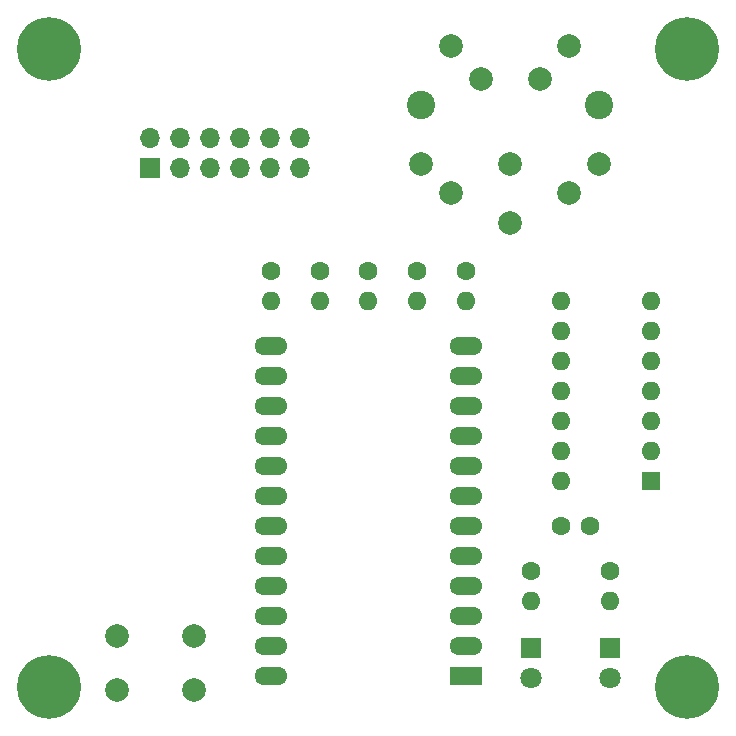
<source format=gts>
%TF.GenerationSoftware,KiCad,Pcbnew,(6.0.2)*%
%TF.CreationDate,2022-04-04T11:25:54-04:00*%
%TF.ProjectId,xum1541,78756d31-3534-4312-9e6b-696361645f70,1.0*%
%TF.SameCoordinates,Original*%
%TF.FileFunction,Soldermask,Top*%
%TF.FilePolarity,Negative*%
%FSLAX46Y46*%
G04 Gerber Fmt 4.6, Leading zero omitted, Abs format (unit mm)*
G04 Created by KiCad (PCBNEW (6.0.2)) date 2022-04-04 11:25:54*
%MOMM*%
%LPD*%
G01*
G04 APERTURE LIST*
%ADD10C,1.600000*%
%ADD11O,1.600000X1.600000*%
%ADD12R,2.794000X1.524000*%
%ADD13O,2.794000X1.524000*%
%ADD14C,2.000000*%
%ADD15C,3.100000*%
%ADD16C,5.400000*%
%ADD17R,1.700000X1.700000*%
%ADD18O,1.700000X1.700000*%
%ADD19R,1.600000X1.600000*%
%ADD20C,2.400000*%
%ADD21R,1.800000X1.800000*%
%ADD22C,1.800000*%
G04 APERTURE END LIST*
D10*
X163800000Y-128200000D03*
D11*
X163800000Y-130740000D03*
D12*
X158255000Y-137090000D03*
D13*
X158255000Y-134550000D03*
X158255000Y-132010000D03*
X158255000Y-129470000D03*
X158255000Y-126930000D03*
X158255000Y-124390000D03*
X158255000Y-121850000D03*
X158255000Y-119310000D03*
X158255000Y-116770000D03*
X158255000Y-114230000D03*
X158255000Y-111690000D03*
X158255000Y-109150000D03*
X141745000Y-109150000D03*
X141745000Y-111690000D03*
X141745000Y-114230000D03*
X141745000Y-116770000D03*
X141745000Y-119310000D03*
X141745000Y-121850000D03*
X141745000Y-124390000D03*
X141745000Y-126930000D03*
X141745000Y-129470000D03*
X141745000Y-132010000D03*
X141745000Y-134550000D03*
X141745000Y-137090000D03*
D14*
X128750000Y-133750000D03*
X135250000Y-133750000D03*
X128750000Y-138250000D03*
X135250000Y-138250000D03*
D10*
X141745000Y-102800000D03*
D11*
X141745000Y-105340000D03*
D15*
X123000000Y-84000000D03*
D16*
X123000000Y-84000000D03*
D15*
X177000000Y-138000000D03*
D16*
X177000000Y-138000000D03*
D10*
X170500000Y-128200000D03*
D11*
X170500000Y-130740000D03*
D17*
X131516666Y-94075000D03*
D18*
X131516666Y-91535000D03*
X134056666Y-94075000D03*
X134056666Y-91535000D03*
X136596666Y-94075000D03*
X136596666Y-91535000D03*
X139136666Y-94075000D03*
X139136666Y-91535000D03*
X141676666Y-94075000D03*
X141676666Y-91535000D03*
X144216666Y-94075000D03*
X144216666Y-91535000D03*
D19*
X173930000Y-120580000D03*
D11*
X173930000Y-118040000D03*
X173930000Y-115500000D03*
X173930000Y-112960000D03*
X173930000Y-110420000D03*
X173930000Y-107880000D03*
X173930000Y-105340000D03*
X166310000Y-105340000D03*
X166310000Y-107880000D03*
X166310000Y-110420000D03*
X166310000Y-112960000D03*
X166310000Y-115500000D03*
X166310000Y-118040000D03*
X166310000Y-120580000D03*
D20*
X169500000Y-88725000D03*
X154500000Y-88725000D03*
D14*
X154500000Y-93725000D03*
X157000000Y-96225000D03*
X162000000Y-93725000D03*
X167000000Y-96225000D03*
X169500000Y-93725000D03*
X162000000Y-98725000D03*
X164500000Y-86525000D03*
X159500000Y-86525000D03*
X167000000Y-83725000D03*
X157000000Y-83725000D03*
D21*
X170500000Y-134725000D03*
D22*
X170500000Y-137265000D03*
D10*
X145872500Y-102800000D03*
D11*
X145872500Y-105340000D03*
D21*
X163800000Y-134725000D03*
D22*
X163800000Y-137265000D03*
D15*
X123000000Y-138000000D03*
D16*
X123000000Y-138000000D03*
X177000000Y-84000000D03*
D15*
X177000000Y-84000000D03*
D10*
X166310000Y-124390000D03*
X168810000Y-124390000D03*
X158255000Y-102800000D03*
D11*
X158255000Y-105340000D03*
D10*
X154127500Y-102800000D03*
D11*
X154127500Y-105340000D03*
D10*
X150000000Y-102800000D03*
D11*
X150000000Y-105340000D03*
M02*

</source>
